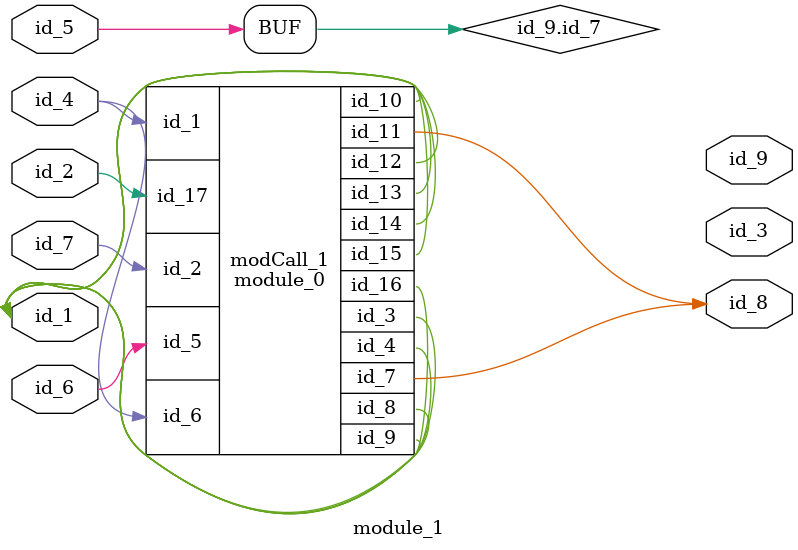
<source format=v>
module module_0 (
    id_1,
    id_2,
    id_3,
    id_4,
    id_5,
    id_6,
    id_7,
    id_8,
    id_9,
    id_10,
    id_11,
    id_12,
    id_13,
    id_14,
    id_15,
    id_16,
    id_17
);
  input wire id_17;
  output wire id_16;
  inout wire id_15;
  output wire id_14;
  inout wire id_13;
  output wire id_12;
  output wire id_11;
  inout wire id_10;
  output wire id_9;
  inout wire id_8;
  output wire id_7;
  input wire id_6;
  input wire id_5;
  inout wire id_4;
  output wire id_3;
  input wire id_2;
  input wire id_1;
  wire id_18 = id_2[1];
endmodule
module module_1 (
    id_1,
    id_2,
    id_3,
    id_4,
    id_5,
    id_6,
    id_7,
    id_8,
    id_9
);
  output wire id_9;
  output wire id_8;
  inout wire id_7;
  input wire id_6;
  inout wire id_5;
  input wire id_4;
  output wire id_3;
  input wire id_2;
  inout wire id_1;
  initial begin : LABEL_0
    id_9.id_7 = id_5;
  end
  module_0 modCall_1 (
      id_4,
      id_7,
      id_1,
      id_1,
      id_6,
      id_4,
      id_8,
      id_1,
      id_1,
      id_1,
      id_8,
      id_1,
      id_1,
      id_1,
      id_1,
      id_1,
      id_2
  );
  assign id_7[1] = id_4;
endmodule

</source>
